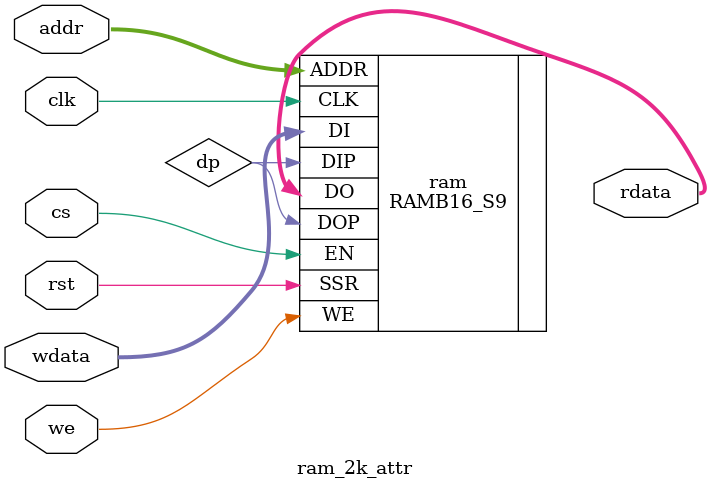
<source format=v>
/*
 *  Copyright (c) 2008  Zeus Gomez Marmolejo <zeus@opencores.org>
 *
 *  This file is part of the Zet processor. This processor is free
 *  hardware; you can redistribute it and/or modify it under the terms of
 *  the GNU General Public License as published by the Free Software
 *  Foundation; either version 3, or (at your option) any later version.
 *
 *  Zet is distrubuted in the hope that it will be useful, but WITHOUT
 *  ANY WARRANTY; without even the implied warranty of MERCHANTABILITY
 *  or FITNESS FOR A PARTICULAR PURPOSE. See the GNU General Public
 *  License for more details.
 *
 *  You should have received a copy of the GNU General Public License
 *  along with Zet; see the file COPYING. If not, see
 *  <http://www.gnu.org/licenses/>.
 */

`timescale 1ns/10ps

module ram_2k_attr (clk, rst, cs, we, addr, rdata, wdata);
  // IO Ports
  input clk;
  input rst;
  input cs;
  input we;
  input [10:0] addr;
  output [7:0] rdata;
  input [7:0] wdata;

  // Net declarations
  wire dp;

  // Module instantiations
  RAMB16_S9 ram (.DO(rdata),
                 .DOP (dp),
                 .ADDR (addr),
                 .CLK (clk),
                 .DI (wdata),
                 .DIP (dp),
                 .EN (cs),
                 .SSR (rst),
                 .WE (we));

    defparam ram.INIT_00 = 256'h0707070707070707070707070707070707070707070707070707070707070707;
    defparam ram.INIT_01 = 256'h0707070707070707070707070707070707070707070707070707070707070707;
    defparam ram.INIT_02 = 256'h0707070707070707070707070707070707070707070707070707070707070707;
    defparam ram.INIT_03 = 256'h0707070707070707070707070707070707070707070707070707070707070707;
    defparam ram.INIT_04 = 256'h0707070707070707070707070707070707070707070707070707070707070707;
    defparam ram.INIT_05 = 256'h0707070707070707070707070707070707070707070707070707070707070707;
    defparam ram.INIT_06 = 256'h0707070707070707070707070707070707070707070707070707070707070707;
    defparam ram.INIT_07 = 256'h0707070707070707070707070707070707070707070707070707070707070707;
    defparam ram.INIT_08 = 256'h0707070707070707070707070707070707070707070707070707070707070707;
    defparam ram.INIT_09 = 256'h0707070707070707070707070707070707070707070707070707070707070707;
    defparam ram.INIT_0A = 256'h0707070707070707070707070707070707070707070707070707070707070707;
    defparam ram.INIT_0B = 256'h0707070707070707070707070707070707070707070707070707070707070707;
    defparam ram.INIT_0C = 256'h0707070707070707070707070707070707070707070707070707070707070707;
    defparam ram.INIT_0D = 256'h0707070707070707070707070707070707070707070707070707070707070707;
    defparam ram.INIT_0E = 256'h0707070707070707070707070707070707070707070707070707070707070707;
    defparam ram.INIT_0F = 256'h0707070707070707070707070707070707070707070707070707070707070707;
    defparam ram.INIT_10 = 256'h0707070707070707070707070707070707070707070707070707070707070707;
    defparam ram.INIT_11 = 256'h0707070707070707070707070707070707070707070707070707070707070707;
    defparam ram.INIT_12 = 256'h0707070707070707070707070707070707070707070707070707070707070707;
    defparam ram.INIT_13 = 256'h0707070707070707070707070707070707070707070707070707070707070707;
    defparam ram.INIT_14 = 256'h0707070707070707070707070707070707070707070707070707070707070707;
    defparam ram.INIT_15 = 256'h0707070707070707070707070707070707070707070707070707070707070707;
    defparam ram.INIT_16 = 256'h0707070707070707070707070707070707070707070707070707070707070707;
    defparam ram.INIT_17 = 256'h0707070707070707070707070707070707070707070707070707070707070707;
    defparam ram.INIT_18 = 256'h0707070707070707070707070707070707070707070707070707070707070707;
    defparam ram.INIT_19 = 256'h0707070707070707070707070707070707070707070707070707070707070707;
    defparam ram.INIT_1A = 256'h0707070707070707070707070707070707070707070707070707070707070707;
    defparam ram.INIT_1B = 256'h0707070707070707070707070707070707070707070707070707070707070707;
    defparam ram.INIT_1C = 256'h0707070707070707070707070707070707070707070707070707070707070707;
    defparam ram.INIT_1D = 256'h0707070707070707070707070707070707070707070707070707070707070707;
    defparam ram.INIT_1E = 256'h0707070707070707070707070707070707070707070707070707070707070707;
    defparam ram.INIT_1F = 256'h0707070707070707070707070707070707070707070707070707070707070707;
    defparam ram.INIT_20 = 256'h0707070707070707070707070707070707070707070707070707070707070707;
    defparam ram.INIT_21 = 256'h0707070707070707070707070707070707070707070707070707070707070707;
    defparam ram.INIT_22 = 256'h0707070707070707070707070707070707070707070707070707070707070707;
    defparam ram.INIT_23 = 256'h0707070707070707070707070707070707070707070707070707070707070707;
    defparam ram.INIT_24 = 256'h0707070707070707070707070707070707070707070707070707070707070707;
    defparam ram.INIT_25 = 256'h0707070707070707070707070707070707070707070707070707070707070707;
    defparam ram.INIT_26 = 256'h0707070707070707070707070707070707070707070707070707070707070707;
    defparam ram.INIT_27 = 256'h0707070707070707070707070707070707070707070707070707070707070707;
    defparam ram.INIT_28 = 256'h0707070707070707070707070707070707070707070707070707070707070707;
    defparam ram.INIT_29 = 256'h0707070707070707070707070707070707070707070707070707070707070707;
    defparam ram.INIT_2A = 256'h0707070707070707070707070707070707070707070707070707070707070707;
    defparam ram.INIT_2B = 256'h0707070707070707070707070707070707070707070707070707070707070707;
    defparam ram.INIT_2C = 256'h0707070707070707070707070707070707070707070707070707070707070707;
    defparam ram.INIT_2D = 256'h0707070707070707070707070707070707070707070707070707070707070707;
    defparam ram.INIT_2E = 256'h0707070707070707070707070707070707070707070707070707070707070707;
    defparam ram.INIT_2F = 256'h0707070707070707070707070707070707070707070707070707070707070707;
    defparam ram.INIT_30 = 256'h0707070707070707070707070707070707070707070707070707070707070707;
    defparam ram.INIT_31 = 256'h0707070707070707070707070707070707070707070707070707070707070707;
    defparam ram.INIT_32 = 256'h0707070707070707070707070707070707070707070707070707070707070707;
    defparam ram.INIT_33 = 256'h0707070707070707070707070707070707070707070707070707070707070707;
    defparam ram.INIT_34 = 256'h0707070707070707070707070707070707070707070707070707070707070707;
    defparam ram.INIT_35 = 256'h0707070707070707070707070707070707070707070707070707070707070707;
    defparam ram.INIT_36 = 256'h0707070707070707070707070707070707070707070707070707070707070707;
    defparam ram.INIT_37 = 256'h0707070707070707070707070707070707070707070707070707070707070707;
    defparam ram.INIT_38 = 256'h0707070707070707070707070707070707070707070707070707070707070707;
    defparam ram.INIT_39 = 256'h0707070707070707070707070707070707070707070707070707070707070707;
    defparam ram.INIT_3A = 256'h0707070707070707070707070707070707070707070707070707070707070707;
    defparam ram.INIT_3B = 256'h0707070707070707070707070707070707070707070707070707070707070707;
    defparam ram.INIT_3C = 256'h0707070707070707070707070707070707070707070707070707070707070707;
    defparam ram.INIT_3D = 256'h0707070707070707070707070707070707070707070707070707070707070707;
    defparam ram.INIT_3E = 256'h0707070707070707070707070707070707070707070707070707070707070707;
    defparam ram.INIT_3F = 256'h0707070707070707070707070707070707070707070707070707070707070707;

endmodule
</source>
